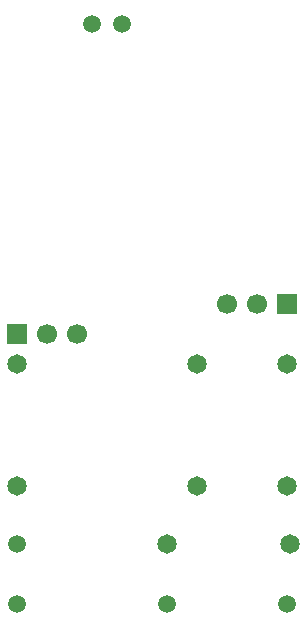
<source format=gbr>
G04 DipTrace 3.3.1.3*
G04 Bottom.gbr*
%MOMM*%
G04 #@! TF.FileFunction,Copper,L2,Bot*
G04 #@! TF.Part,Single*
%AMOUTLINE0*
4,1,4,
0.85,-0.85,
-0.85,-0.85,
-0.85,0.85,
0.85,0.85,
0.85,-0.85,
0*%
G04 #@! TA.AperFunction,ComponentPad*
%ADD14C,1.65*%
%ADD16C,1.5*%
%ADD17R,1.7X1.7*%
%ADD18C,1.7*%
%ADD33OUTLINE0*%
%FSLAX35Y35*%
G04*
G71*
G90*
G75*
G01*
G04 Bottom*
%LPD*%
D14*
X2778000Y1762000D3*
X3813000D3*
D16*
X2137000Y6170000D3*
X3794000Y1254000D3*
X2391000Y6170000D3*
X1508000Y1762000D3*
Y1254000D3*
D17*
Y3540000D3*
D18*
X1762000D3*
X2016000D3*
D33*
X3794000Y3794000D3*
D18*
X3540000D3*
X3286000D3*
D14*
X1508000Y3286000D3*
Y2251000D3*
X3032000Y3286000D3*
Y2251000D3*
X3794000Y3286000D3*
Y2251000D3*
D16*
X2778000Y1254000D3*
M02*

</source>
